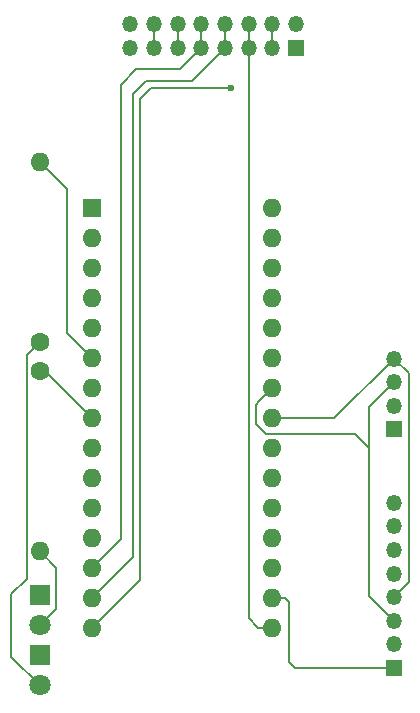
<source format=gbr>
%TF.GenerationSoftware,KiCad,Pcbnew,8.0.8*%
%TF.CreationDate,2025-01-20T01:16:45+01:00*%
%TF.ProjectId,NANO_MPU_SD_2Layers,4e414e4f-5f4d-4505-955f-53445f324c61,rev?*%
%TF.SameCoordinates,Original*%
%TF.FileFunction,Copper,L1,Top*%
%TF.FilePolarity,Positive*%
%FSLAX46Y46*%
G04 Gerber Fmt 4.6, Leading zero omitted, Abs format (unit mm)*
G04 Created by KiCad (PCBNEW 8.0.8) date 2025-01-20 01:16:45*
%MOMM*%
%LPD*%
G01*
G04 APERTURE LIST*
%TA.AperFunction,ComponentPad*%
%ADD10R,1.800000X1.800000*%
%TD*%
%TA.AperFunction,ComponentPad*%
%ADD11C,1.800000*%
%TD*%
%TA.AperFunction,ComponentPad*%
%ADD12C,1.600000*%
%TD*%
%TA.AperFunction,ComponentPad*%
%ADD13O,1.600000X1.600000*%
%TD*%
%TA.AperFunction,ComponentPad*%
%ADD14R,1.350000X1.350000*%
%TD*%
%TA.AperFunction,ComponentPad*%
%ADD15O,1.350000X1.350000*%
%TD*%
%TA.AperFunction,ComponentPad*%
%ADD16R,1.600000X1.600000*%
%TD*%
%TA.AperFunction,ViaPad*%
%ADD17C,0.600000*%
%TD*%
%TA.AperFunction,Conductor*%
%ADD18C,0.200000*%
%TD*%
G04 APERTURE END LIST*
D10*
%TO.P,D2,1,K*%
%TO.N,GND*%
X53100000Y-105530000D03*
D11*
%TO.P,D2,2,A*%
%TO.N,Net-(D2-A)*%
X53100000Y-108070000D03*
%TD*%
%TO.P,D1,2,A*%
%TO.N,Net-(D1-A)*%
X53100000Y-103000000D03*
D10*
%TO.P,D1,1,K*%
%TO.N,GND*%
X53100000Y-100460000D03*
%TD*%
D12*
%TO.P,R2,1*%
%TO.N,Net-(A1-D5)*%
X53100000Y-81460000D03*
D13*
%TO.P,R2,2*%
%TO.N,Net-(D1-A)*%
X53100000Y-96700000D03*
%TD*%
D14*
%TO.P,J2,1,ePin_b2*%
%TO.N,GND*%
X74800000Y-54100000D03*
D15*
%TO.P,J2,2,ePin_a2*%
X74800000Y-52100000D03*
%TO.P,J2,3,eePin_b4*%
%TO.N,Net-(A1-D12)*%
X72800000Y-54100000D03*
%TO.P,J2,4,ePin_a4*%
X72800000Y-52100000D03*
%TO.P,J2,5,ePin_b6*%
%TO.N,Net-(A1-D13)*%
X70800000Y-54100000D03*
%TO.P,J2,6,ePin_a6*%
X70800000Y-52100000D03*
%TO.P,J2,7,ePin_b8*%
%TO.N,Net-(A1-D11)*%
X68800000Y-54100000D03*
%TO.P,J2,8,ePin_a8*%
X68800000Y-52100000D03*
%TO.P,J2,9,ePin_b10*%
%TO.N,Net-(A1-D10)*%
X66800000Y-54100000D03*
%TO.P,J2,10,ePin_a10*%
X66800000Y-52100000D03*
%TO.P,J2,11,ePin_b12*%
%TO.N,+5V*%
X64800000Y-54100000D03*
%TO.P,J2,12,ePin_a12*%
X64800000Y-52100000D03*
%TO.P,J2,13,Pin_b14*%
%TO.N,+3.3V*%
X62800000Y-54100000D03*
%TO.P,J2,14,ePin_a14*%
X62800000Y-52100000D03*
%TO.P,J2,15,ePin_b16*%
%TO.N,GND*%
X60800000Y-54100000D03*
%TO.P,J2,16,ePin_a16*%
X60800000Y-52100000D03*
%TD*%
D16*
%TO.P,A1,1,D1/TX*%
%TO.N,unconnected-(A1-D1{slash}TX-Pad1)*%
X57560000Y-67660000D03*
D13*
%TO.P,A1,2,D0/RX*%
%TO.N,unconnected-(A1-D0{slash}RX-Pad2)*%
X57560000Y-70200000D03*
%TO.P,A1,3,~{RESET}*%
%TO.N,unconnected-(A1-~{RESET}-Pad3)*%
X57560000Y-72740000D03*
%TO.P,A1,4,GND*%
%TO.N,GND*%
X57560000Y-75280000D03*
%TO.P,A1,5,D2*%
%TO.N,unconnected-(A1-D2-Pad5)*%
X57560000Y-77820000D03*
%TO.P,A1,6,D3*%
%TO.N,Net-(A1-D3)*%
X57560000Y-80360000D03*
%TO.P,A1,7,D4*%
%TO.N,unconnected-(A1-D4-Pad7)*%
X57560000Y-82900000D03*
%TO.P,A1,8,D5*%
%TO.N,Net-(A1-D5)*%
X57560000Y-85440000D03*
%TO.P,A1,9,D6*%
%TO.N,unconnected-(A1-D6-Pad9)*%
X57560000Y-87980000D03*
%TO.P,A1,10,D7*%
%TO.N,unconnected-(A1-D7-Pad10)*%
X57560000Y-90520000D03*
%TO.P,A1,11,D8*%
%TO.N,unconnected-(A1-D8-Pad11)*%
X57560000Y-93060000D03*
%TO.P,A1,12,D9*%
%TO.N,unconnected-(A1-D9-Pad12)*%
X57560000Y-95600000D03*
%TO.P,A1,13,D10*%
%TO.N,Net-(A1-D10)*%
X57560000Y-98140000D03*
%TO.P,A1,14,D11*%
%TO.N,Net-(A1-D11)*%
X57560000Y-100680000D03*
%TO.P,A1,15,D12*%
%TO.N,Net-(A1-D12)*%
X57560000Y-103220000D03*
%TO.P,A1,16,D13*%
%TO.N,Net-(A1-D13)*%
X72800000Y-103220000D03*
%TO.P,A1,17,3V3*%
%TO.N,+3.3V*%
X72800000Y-100680000D03*
%TO.P,A1,18,AREF*%
%TO.N,unconnected-(A1-AREF-Pad18)*%
X72800000Y-98140000D03*
%TO.P,A1,19,A0*%
%TO.N,unconnected-(A1-A0-Pad19)*%
X72800000Y-95600000D03*
%TO.P,A1,20,A1*%
%TO.N,unconnected-(A1-A1-Pad20)*%
X72800000Y-93060000D03*
%TO.P,A1,21,A2*%
%TO.N,unconnected-(A1-A2-Pad21)*%
X72800000Y-90520000D03*
%TO.P,A1,22,A3*%
%TO.N,unconnected-(A1-A3-Pad22)*%
X72800000Y-87980000D03*
%TO.P,A1,23,A4*%
%TO.N,Net-(A1-A4)*%
X72800000Y-85440000D03*
%TO.P,A1,24,A5*%
%TO.N,Net-(A1-A5)*%
X72800000Y-82900000D03*
%TO.P,A1,25,A6*%
%TO.N,unconnected-(A1-A6-Pad25)*%
X72800000Y-80360000D03*
%TO.P,A1,26,A7*%
%TO.N,unconnected-(A1-A7-Pad26)*%
X72800000Y-77820000D03*
%TO.P,A1,27,+5V*%
%TO.N,+5V*%
X72800000Y-75280000D03*
%TO.P,A1,28,~{RESET}*%
%TO.N,unconnected-(A1-~{RESET}-Pad28)*%
X72800000Y-72740000D03*
%TO.P,A1,29,GND*%
%TO.N,unconnected-(A1-GND-Pad29)*%
X72800000Y-70200000D03*
%TO.P,A1,30,VIN*%
%TO.N,unconnected-(A1-VIN-Pad30)*%
X72800000Y-67660000D03*
%TD*%
D14*
%TO.P,J3,1,Pin_1*%
%TO.N,+3.3V*%
X83100000Y-86400000D03*
D15*
%TO.P,J3,2,Pin_2*%
%TO.N,GND*%
X83100000Y-84400000D03*
%TO.P,J3,3,Pin_3*%
%TO.N,Net-(A1-A5)*%
X83100000Y-82400000D03*
%TO.P,J3,4,Pin_4*%
%TO.N,Net-(A1-A4)*%
X83100000Y-80400000D03*
%TD*%
D14*
%TO.P,J1,1,Pin_1*%
%TO.N,+3.3V*%
X83100000Y-106600000D03*
D15*
%TO.P,J1,2,Pin_2*%
%TO.N,GND*%
X83100000Y-104600000D03*
%TO.P,J1,3,Pin_3*%
%TO.N,Net-(A1-A5)*%
X83100000Y-102600000D03*
%TO.P,J1,4,Pin_4*%
%TO.N,Net-(A1-A4)*%
X83100000Y-100600000D03*
%TO.P,J1,5,Pin_5*%
%TO.N,unconnected-(J1-Pin_5-Pad5)*%
X83100000Y-98600000D03*
%TO.P,J1,6,Pin_6*%
%TO.N,unconnected-(J1-Pin_6-Pad6)*%
X83100000Y-96600000D03*
%TO.P,J1,7,Pin_7*%
%TO.N,unconnected-(J1-Pin_7-Pad7)*%
X83100000Y-94600000D03*
%TO.P,J1,8,Pin_8*%
%TO.N,unconnected-(J1-Pin_8-Pad8)*%
X83100000Y-92600000D03*
%TD*%
D12*
%TO.P,R1,1*%
%TO.N,Net-(D2-A)*%
X53100000Y-79000000D03*
D13*
%TO.P,R1,2*%
%TO.N,Net-(A1-D3)*%
X53100000Y-63760000D03*
%TD*%
D17*
%TO.N,Net-(A1-D12)*%
X69300000Y-57486930D03*
%TD*%
D18*
%TO.N,Net-(A1-D10)*%
X61300000Y-55900000D02*
X60000000Y-57200000D01*
X60000000Y-57200000D02*
X60000000Y-95700000D01*
X65000000Y-55900000D02*
X61300000Y-55900000D01*
X60000000Y-95700000D02*
X57560000Y-98140000D01*
X66800000Y-52100000D02*
X66800000Y-54100000D01*
X66800000Y-54100000D02*
X65000000Y-55900000D01*
%TO.N,Net-(A1-D11)*%
X62100000Y-56900000D02*
X61000000Y-58000000D01*
X68800000Y-54100000D02*
X66000000Y-56900000D01*
X61000000Y-97240000D02*
X61000000Y-58000000D01*
X68800000Y-52100000D02*
X68800000Y-54100000D01*
X57560000Y-100680000D02*
X61000000Y-97240000D01*
X66000000Y-56900000D02*
X62100000Y-56900000D01*
%TO.N,Net-(A1-D3)*%
X53100000Y-63760000D02*
X55400000Y-66060000D01*
X55400000Y-66060000D02*
X55400000Y-66800000D01*
X55400000Y-78200000D02*
X55400000Y-66800000D01*
X57560000Y-80360000D02*
X55400000Y-78200000D01*
%TO.N,+3.3V*%
X74200000Y-106100000D02*
X74700000Y-106600000D01*
X74200000Y-101000000D02*
X74200000Y-106100000D01*
X62800000Y-52100000D02*
X62800000Y-54100000D01*
X72800000Y-100680000D02*
X73880000Y-100680000D01*
X74700000Y-106600000D02*
X83100000Y-106600000D01*
X73880000Y-100680000D02*
X74200000Y-101000000D01*
%TO.N,Net-(A1-D13)*%
X70800000Y-102400000D02*
X71620000Y-103220000D01*
X70800000Y-54100000D02*
X70800000Y-102400000D01*
X70800000Y-52100000D02*
X70800000Y-54100000D01*
X72800000Y-103220000D02*
X71620000Y-103220000D01*
%TO.N,+5V*%
X64800000Y-52100000D02*
X64800000Y-54100000D01*
%TO.N,Net-(A1-A5)*%
X83100000Y-102600000D02*
X81000000Y-100500000D01*
X81000000Y-100500000D02*
X81000000Y-88000000D01*
X71400000Y-84300000D02*
X71400000Y-85800000D01*
X72264365Y-86800000D02*
X79800000Y-86800000D01*
X81000000Y-84500000D02*
X81000000Y-88000000D01*
X71400000Y-85935635D02*
X71400000Y-85800000D01*
X72264365Y-86800000D02*
X71400000Y-85935635D01*
X72800000Y-82900000D02*
X71700000Y-84000000D01*
X79800000Y-86800000D02*
X81000000Y-88000000D01*
X71700000Y-84000000D02*
X71400000Y-84300000D01*
X71700000Y-86235635D02*
X72264365Y-86800000D01*
X83100000Y-82400000D02*
X81000000Y-84500000D01*
%TO.N,Net-(A1-D5)*%
X53580000Y-81460000D02*
X53100000Y-81460000D01*
X57560000Y-85440000D02*
X53580000Y-81460000D01*
%TO.N,Net-(A1-A4)*%
X78060000Y-85440000D02*
X72800000Y-85440000D01*
X83100000Y-100600000D02*
X84350000Y-99350000D01*
X84350000Y-81650000D02*
X83100000Y-80400000D01*
X84350000Y-99350000D02*
X84350000Y-81650000D01*
X83100000Y-80400000D02*
X78060000Y-85440000D01*
%TO.N,Net-(A1-D12)*%
X61600000Y-99180000D02*
X61600000Y-58400000D01*
X62513070Y-57486930D02*
X69300000Y-57486930D01*
X57560000Y-103220000D02*
X61600000Y-99180000D01*
X61600000Y-58400000D02*
X62513070Y-57486930D01*
X72800000Y-52100000D02*
X72800000Y-54100000D01*
%TO.N,Net-(D1-A)*%
X54500000Y-101600000D02*
X54500000Y-100600000D01*
X53100000Y-103000000D02*
X54500000Y-101600000D01*
X53100000Y-96700000D02*
X54500000Y-98100000D01*
X54500000Y-98100000D02*
X54500000Y-100600000D01*
%TO.N,Net-(D2-A)*%
X50700000Y-105670000D02*
X50700000Y-104700000D01*
X52000000Y-99060000D02*
X50700000Y-100360000D01*
X50700000Y-100360000D02*
X50700000Y-104700000D01*
X53100000Y-79000000D02*
X52000000Y-80100000D01*
X52000000Y-80100000D02*
X52000000Y-99060000D01*
X53100000Y-108070000D02*
X50700000Y-105670000D01*
%TD*%
M02*

</source>
